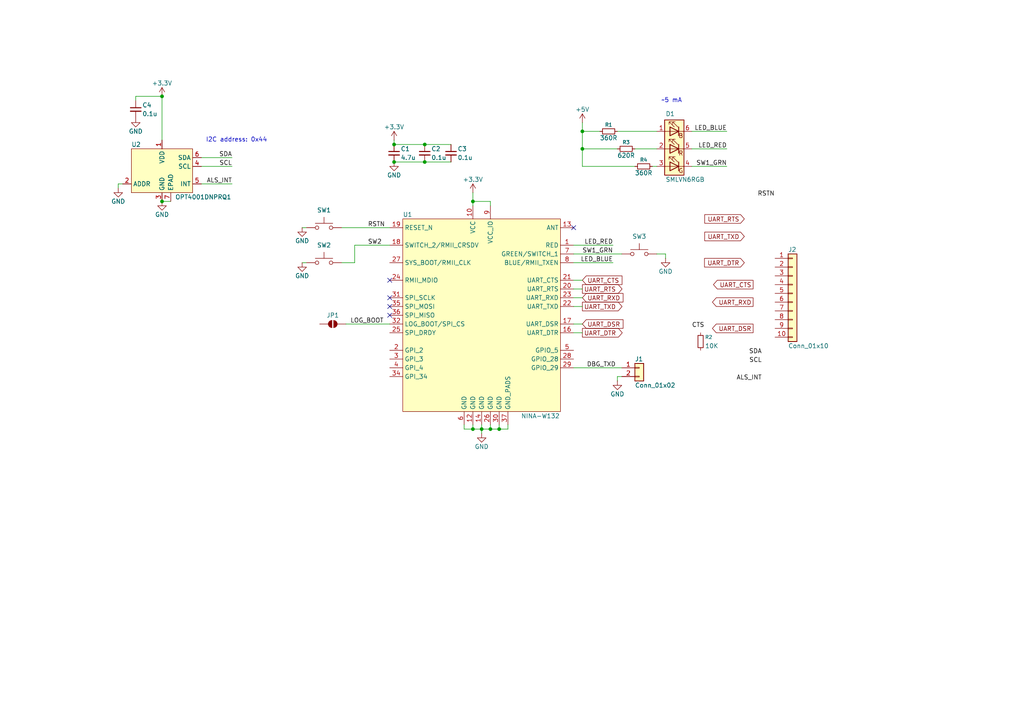
<source format=kicad_sch>
(kicad_sch (version 20250114) (generator "eeschema") (generator_version "9.0")
  (paper "A4")
  (title_block (title "Wi-Fi Interface for Display") (date "2025-11-08") (rev "1.00"))
  (lib_symbols
    (symbol "Connector_Generic:Conn_01x02" (pin_names (offset 1.016) (hide yes))
      (property "Reference" "J" (at 0 2.54 0))
      (property "Value" "Conn_01x02" (at 0 -5.08 0))
      (symbol "Conn_01x02_1_1"
        (rectangle (start -1.27 1.27) (end 1.27 -3.81) (stroke (width 0.254)) (fill (type background)))
        (rectangle (start -1.27 0.127) (end 0 -0.127) (stroke (width 0.1524)))
        (rectangle (start -1.27 -2.413) (end 0 -2.667) (stroke (width 0.1524)))
        (pin passive line (at -5.08 0 0) (length 3.81) (name "Pin_1") (number "1"))
        (pin passive line (at -5.08 -2.54 0) (length 3.81) (name "Pin_2") (number "2"))
      )
    )
    (symbol "Connector_Generic:Conn_01x10" (pin_names (offset 1.016) (hide yes))
      (property "Reference" "J" (at 0 12.7 0))
      (property "Value" "Conn_01x10" (at 0 -15.24 0))
      (symbol "Conn_01x10_1_1"
        (rectangle (start -1.27 11.43) (end 1.27 -13.97) (stroke (width 0.254)) (fill (type background)))
        (rectangle (start -1.27 10.287) (end 0 10.033) (stroke (width 0.1524)))
        (rectangle (start -1.27 7.747) (end 0 7.493) (stroke (width 0.1524)))
        (rectangle (start -1.27 5.207) (end 0 4.953) (stroke (width 0.1524)))
        (rectangle (start -1.27 2.667) (end 0 2.413) (stroke (width 0.1524)))
        (rectangle (start -1.27 0.127) (end 0 -0.127) (stroke (width 0.1524)))
        (rectangle (start -1.27 -2.413) (end 0 -2.667) (stroke (width 0.1524)))
        (rectangle (start -1.27 -4.953) (end 0 -5.207) (stroke (width 0.1524)))
        (rectangle (start -1.27 -7.493) (end 0 -7.747) (stroke (width 0.1524)))
        (rectangle (start -1.27 -10.033) (end 0 -10.287) (stroke (width 0.1524)))
        (rectangle (start -1.27 -12.573) (end 0 -12.827) (stroke (width 0.1524)))
        (pin passive line (at -5.08 10.16 0) (length 3.81) (name "Pin_1") (number "1"))
        (pin passive line (at -5.08 7.62 0) (length 3.81) (name "Pin_2") (number "2"))
        (pin passive line (at -5.08 5.08 0) (length 3.81) (name "Pin_3") (number "3"))
        (pin passive line (at -5.08 2.54 0) (length 3.81) (name "Pin_4") (number "4"))
        (pin passive line (at -5.08 0 0) (length 3.81) (name "Pin_5") (number "5"))
        (pin passive line (at -5.08 -2.54 0) (length 3.81) (name "Pin_6") (number "6"))
        (pin passive line (at -5.08 -5.08 0) (length 3.81) (name "Pin_7") (number "7"))
        (pin passive line (at -5.08 -7.62 0) (length 3.81) (name "Pin_8") (number "8"))
        (pin passive line (at -5.08 -10.16 0) (length 3.81) (name "Pin_9") (number "9"))
        (pin passive line (at -5.08 -12.7 0) (length 3.81) (name "Pin_10") (number "10"))
      )
    )
    (symbol "DWlib:NINA-W13"
      (property "Reference" "U" (at -22.86 29.21 0))
      (property "Value" "NINA-W13x" (at 10.16 -29.21 0))
      (symbol "NINA-W13_1_1"
        (rectangle (start -22.86 27.94) (end 22.86 -27.94) (fill (type background)))
        (pin input line (at -26.67 25.4 0) (length 3.81) (name "RESET_N") (number "19"))
        (pin input line (at -26.67 20.32 0) (length 3.81) (name "SWITCH_2/RMII_CRSDV") (number "18"))
        (pin bidirectional line (at -26.67 15.24 0) (length 3.81) (name "SYS_BOOT/RMII_CLK") (number "27"))
        (pin bidirectional line (at -26.67 10.16 0) (length 3.81) (name "RMII_MDIO") (number "24"))
        (pin input line (at -26.67 5.08 0) (length 3.81) (name "SPI_SCLK") (number "31"))
        (pin input line (at -26.67 2.54 0) (length 3.81) (name "SPI_MOSI") (number "35"))
        (pin output line (at -26.67 0 0) (length 3.81) (name "SPI_MISO") (number "36"))
        (pin bidirectional line (at -26.67 -2.54 0) (length 3.81) (name "LOG_BOOT/SPI_CS") (number "32"))
        (pin bidirectional line (at -26.67 -5.08 0) (length 3.81) (name "SPI_DRDY") (number "25"))
        (pin input line (at -26.67 -10.16 0) (length 3.81) (name "GPI_2") (number "2"))
        (pin input line (at -26.67 -12.7 0) (length 3.81) (name "GPI_3") (number "3"))
        (pin input line (at -26.67 -15.24 0) (length 3.81) (name "GPI_4") (number "4"))
        (pin input line (at -26.67 -17.78 0) (length 3.81) (name "GPI_34") (number "34"))
        (pin power_in line (at -5.08 -31.75 90) (length 3.81) (name "GND") (number "6"))
        (pin power_in line (at -2.54 31.75 270) (length 3.81) (name "VCC") (number "10"))
        (pin power_in line (at -2.54 -31.75 90) (length 3.81) (name "GND") (number "12"))
        (pin power_in line (at 0 -31.75 90) (length 3.81) (name "GND") (number "14"))
        (pin power_in line (at 2.54 31.75 270) (length 3.81) (name "VCC_IO") (number "9"))
        (pin power_in line (at 2.54 -31.75 90) (length 3.81) (name "GND") (number "26"))
        (pin power_in line (at 5.08 -31.75 90) (length 3.81) (name "GND") (number "30"))
        (pin power_in line (at 7.62 -31.75 90) (length 3.81) (name "GND_PADS") (number "37"))
        (pin no_connect line (at 22.86 -20.32 180) (length 3.81) (hide yes) (name "RSVD") (number "11"))
        (pin no_connect line (at 22.86 -22.86 180) (length 3.81) (hide yes) (name "RSVD") (number "15"))
        (pin no_connect line (at 22.86 -25.4 180) (length 3.81) (hide yes) (name "RSVD") (number "33"))
        (pin bidirectional line (at 26.67 25.4 180) (length 3.81) (name "ANT") (number "13"))
        (pin output line (at 26.67 20.32 180) (length 3.81) (name "RED") (number "1"))
        (pin bidirectional line (at 26.67 17.78 180) (length 3.81) (name "GREEN/SWITCH_1") (number "7"))
        (pin output line (at 26.67 15.24 180) (length 3.81) (name "BLUE/RMII_TXEN") (number "8"))
        (pin input line (at 26.67 10.16 180) (length 3.81) (name "UART_CTS") (number "21"))
        (pin output line (at 26.67 7.62 180) (length 3.81) (name "UART_RTS") (number "20"))
        (pin input line (at 26.67 5.08 180) (length 3.81) (name "UART_RXD") (number "23"))
        (pin output line (at 26.67 2.54 180) (length 3.81) (name "UART_TXD") (number "22"))
        (pin input line (at 26.67 -2.54 180) (length 3.81) (name "UART_DSR") (number "17"))
        (pin output line (at 26.67 -5.08 180) (length 3.81) (name "UART_DTR") (number "16"))
        (pin bidirectional line (at 26.67 -10.16 180) (length 3.81) (name "GPIO_5") (number "5"))
        (pin bidirectional line (at 26.67 -12.7 180) (length 3.81) (name "GPIO_28") (number "28"))
        (pin bidirectional line (at 26.67 -15.24 180) (length 3.81) (name "GPIO_29") (number "29"))
      )
    )
    (symbol "DWlib:OPT4001DNPRQ1"
      (property "Reference" "U" (at -8.382 7.366 0))
      (property "Value" "OPT4001DNPRQ1" (at 3.048 -7.62 0))
      (symbol "OPT4001DNPRQ1_1_1"
        (rectangle (start -8.89 6.35) (end 8.89 -6.35) (fill (type background)))
        (pin passive line (at -11.43 -3.81 0) (length 2.54) (name "ADDR") (number "2"))
        (pin power_in line (at 0 8.89 270) (length 2.54) (name "VDD") (number "1"))
        (pin power_in line (at 0 -8.89 90) (length 2.54) (name "GND") (number "3"))
        (pin passive line (at 2.54 -8.89 90) (length 2.54) (name "EPAD") (number "7"))
        (pin bidirectional line (at 11.43 3.81 180) (length 2.54) (name "SDA") (number "6"))
        (pin bidirectional line (at 11.43 1.27 180) (length 2.54) (name "SCL") (number "4"))
        (pin bidirectional line (at 11.43 -3.81 180) (length 2.54) (name "INT") (number "5"))
      )
    )
    (symbol "Device:C_Small" (pin_numbers (hide yes)) (pin_names (offset 0.254) (hide yes))
      (property "Reference" "C" (at 0.254 1.778 0))
      (property "Value" "C_Small" (at 0.254 -2.032 0))
      (symbol "C_Small_0_1"
        (polyline (pts (xy -1.524 0.508) (xy 1.524 0.508)) (stroke (width 0.3048)))
        (polyline (pts (xy -1.524 -0.508) (xy 1.524 -0.508)) (stroke (width 0.3302)))
      )
      (symbol "C_Small_1_1"
        (pin passive line (at 0 2.54 270) (length 2.032) (name "~") (number "1"))
        (pin passive line (at 0 -2.54 90) (length 2.032) (name "~") (number "2"))
      )
    )
    (symbol "Device:R_Small" (pin_numbers (hide yes)) (pin_names (offset 0.254) (hide yes))
      (property "Reference" "R" (at 0 0 90))
      (property "Value" "R_Small" (at 1.778 0 90))
      (symbol "R_Small_0_1"
        (rectangle (start -0.762 1.778) (end 0.762 -1.778) (stroke (width 0.2032)))
      )
      (symbol "R_Small_1_1"
        (pin passive line (at 0 2.54 270) (length 0.762) (name "~") (number "1"))
        (pin passive line (at 0 -2.54 90) (length 0.762) (name "~") (number "2"))
      )
    )
    (symbol "Jumper:SolderJumper_2_Open" (pin_numbers (hide yes)) (pin_names (offset 0) (hide yes)) (in_bom no)
      (property "Reference" "JP" (at 0 2.032 0))
      (property "Value" "SolderJumper_2_Open" (at 0 -2.54 0))
      (symbol "SolderJumper_2_Open_0_1"
        (polyline (pts (xy -0.254 1.016) (xy -0.254 -1.016)))
        (arc (start -0.254 -1.016) (mid -1.2656 0) (end -0.254 1.016))
        (arc (start -0.254 -1.016) (mid -1.2656 0) (end -0.254 1.016) (fill (type outline)))
        (arc (start 0.254 1.016) (mid 1.2656 0) (end 0.254 -1.016))
        (arc (start 0.254 1.016) (mid 1.2656 0) (end 0.254 -1.016) (fill (type outline)))
        (polyline (pts (xy 0.254 1.016) (xy 0.254 -1.016)))
      )
      (symbol "SolderJumper_2_Open_1_1"
        (pin passive line (at -3.81 0 0) (length 2.54) (name "A") (number "1"))
        (pin passive line (at 3.81 0 180) (length 2.54) (name "B") (number "2"))
      )
    )
    (symbol "LED:SMLVN6RGB" (pin_names (offset 0) (hide yes))
      (property "Reference" "D" (at 0 12.7 0))
      (property "Value" "SMLVN6RGB" (at 0 10.16 0))
      (symbol "SMLVN6RGB_0_0"
        (text "B" (at 1.905 3.81 0) (effects (font (size 1.27 1.27))))
        (text "R" (at 1.905 -1.27 0) (effects (font (size 1.27 1.27))))
        (text "G" (at 1.905 -6.35 0) (effects (font (size 1.27 1.27))))
      )
      (symbol "SMLVN6RGB_0_1"
        (rectangle (start -2.794 8.382) (end 2.794 -7.62) (stroke (width 0.254)) (fill (type background)))
        (rectangle (start -1.27 6.35) (end -1.27 6.35))
        (polyline (pts (xy -1.27 6.35) (xy -1.27 3.81) (xy 1.27 5.08) (xy -1.27 6.35)) (stroke (width 0.254)))
        (polyline (pts (xy -1.27 5.08) (xy -2.54 5.08)))
        (rectangle (start -1.27 3.81) (end -1.27 6.35))
        (rectangle (start -1.27 1.27) (end -1.27 1.27))
        (polyline (pts (xy -1.27 1.27) (xy -1.27 -1.27) (xy 1.27 0) (xy -1.27 1.27)) (stroke (width 0.254)))
        (polyline (pts (xy -1.27 0) (xy -2.54 0)))
        (polyline (pts (xy -1.27 0) (xy 1.27 0)))
        (rectangle (start -1.27 -1.27) (end -1.27 1.27))
        (polyline (pts (xy -1.27 -3.81) (xy -1.27 -6.35) (xy 1.27 -5.08) (xy -1.27 -3.81)) (stroke (width 0.254)))
        (polyline (pts (xy -1.27 -5.08) (xy -2.54 -5.08)))
        (polyline (pts (xy 0 6.35) (xy -1.524 7.874) (xy -0.762 7.874) (xy -1.524 7.874) (xy -1.524 7.112)))
        (polyline (pts (xy 0 1.27) (xy -1.524 2.794) (xy -0.762 2.794) (xy -1.524 2.794) (xy -1.524 2.032)))
        (polyline (pts (xy 0 -3.81) (xy -1.524 -2.286) (xy -0.762 -2.286) (xy -1.524 -2.286) (xy -1.524 -3.048)))
        (polyline (pts (xy 1.016 6.35) (xy -0.508 7.874) (xy 0.254 7.874) (xy -0.508 7.874) (xy -0.508 7.112)))
        (polyline (pts (xy 1.016 1.27) (xy -0.508 2.794) (xy 0.254 2.794) (xy -0.508 2.794) (xy -0.508 2.032)))
        (polyline (pts (xy 1.016 -3.81) (xy -0.508 -2.286) (xy 0.254 -2.286) (xy -0.508 -2.286) (xy -0.508 -3.048)))
        (polyline (pts (xy 1.27 6.35) (xy 1.27 3.81)) (stroke (width 0.254)))
        (polyline (pts (xy 1.27 6.35) (xy 1.27 3.81) (xy 1.27 3.81)))
        (polyline (pts (xy 1.27 5.08) (xy -1.27 5.08)))
        (polyline (pts (xy 1.27 5.08) (xy 2.54 5.08)))
        (polyline (pts (xy 1.27 1.27) (xy 1.27 -1.27)) (stroke (width 0.254)))
        (polyline (pts (xy 1.27 1.27) (xy 1.27 -1.27) (xy 1.27 -1.27)))
        (polyline (pts (xy 1.27 0) (xy 2.54 0)))
        (polyline (pts (xy 1.27 -3.81) (xy 1.27 -6.35)) (stroke (width 0.254)))
        (polyline (pts (xy 1.27 -5.08) (xy -1.27 -5.08)))
        (polyline (pts (xy 1.27 -5.08) (xy 2.54 -5.08)))
      )
      (symbol "SMLVN6RGB_1_1"
        (pin passive line (at -5.08 5.08 0) (length 2.54) (name "BA") (number "1"))
        (pin passive line (at -5.08 0 0) (length 2.54) (name "RA") (number "2"))
        (pin passive line (at -5.08 -5.08 0) (length 2.54) (name "GA") (number "3"))
        (pin passive line (at 5.08 5.08 180) (length 2.54) (name "BK") (number "6"))
        (pin passive line (at 5.08 0 180) (length 2.54) (name "RK") (number "5"))
        (pin passive line (at 5.08 -5.08 180) (length 2.54) (name "GK") (number "4"))
      )
    )
    (symbol "Switch:SW_Push" (pin_numbers (hide yes)) (pin_names (offset 1.016) (hide yes))
      (property "Reference" "SW" (at 1.27 2.54 0))
      (property "Value" "SW_Push" (at 0 -1.524 0))
      (symbol "SW_Push_0_1"
        (circle (center -2.032 0) (radius 0.508))
        (polyline (pts (xy 0 1.27) (xy 0 3.048)))
        (circle (center 2.032 0) (radius 0.508))
        (polyline (pts (xy 2.54 1.27) (xy -2.54 1.27)))
        (pin passive line (at -5.08 0 0) (length 2.54) (name "1") (number "1"))
        (pin passive line (at 5.08 0 180) (length 2.54) (name "2") (number "2"))
      )
    )
    (symbol "power:+3.3V" (power) (pin_numbers (hide yes)) (pin_names (offset 0) (hide yes))
      (property "Value" "+3.3V" (at 0 3.556 0))
      (symbol "+3.3V_0_1"
        (polyline (pts (xy -0.762 1.27) (xy 0 2.54)))
        (polyline (pts (xy 0 2.54) (xy 0.762 1.27)))
        (polyline (pts (xy 0 0) (xy 0 2.54)))
      )
      (symbol "+3.3V_1_1"
        (pin power_in line (at 0 0 90) (length 0) (name "~") (number "1"))
      )
    )
    (symbol "power:GND" (power) (pin_numbers (hide yes)) (pin_names (offset 0) (hide yes))
      (property "Value" "GND" (at 0 -3.81 0))
      (symbol "GND_0_1"
        (polyline (pts (xy 0 0) (xy 0 -1.27) (xy 1.27 -1.27) (xy 0 -2.54) (xy -1.27 -1.27) (xy 0 -1.27)))
      )
      (symbol "GND_1_1"
        (pin power_in line (at 0 0 270) (length 0) (name "~") (number "1"))
      )
    )
  )
  (text "I2C address: 0x44" (at 59.69 40.64 0) (effects (font (size 1.27 1.27)) (justify left)))
  (text "~5 mA" (at 191.77 29.21 0) (effects (font (size 1.27 1.27)) (justify left)))
  (junction (at 46.99 27.94))
  (junction (at 123.19 46.99))
  (junction (at 139.7 124.46))
  (junction (at 114.3 46.99))
  (junction (at 144.78 124.46))
  (junction (at 137.16 58.42))
  (junction (at 137.16 124.46))
  (junction (at 46.99 58.42))
  (junction (at 114.3 41.91))
  (junction (at 168.91 43.18))
  (junction (at 142.24 124.46))
  (junction (at 123.19 41.91))
  (junction (at 168.91 38.1))
  (no_connect (at 166.37 66.04))
  (no_connect (at 113.03 81.28))
  (no_connect (at 113.03 91.44))
  (no_connect (at 113.03 88.9))
  (no_connect (at 113.03 86.36))
  (wire (pts (xy 166.37 76.2) (xy 177.8 76.2)))
  (wire (pts (xy 166.37 73.66) (xy 180.34 73.66)))
  (wire (pts (xy 166.37 88.9) (xy 168.91 88.9)))
  (wire (pts (xy 46.99 58.42) (xy 49.53 58.42)))
  (wire (pts (xy 46.99 27.94) (xy 46.99 40.64)))
  (wire (pts (xy 144.78 124.46) (xy 144.78 123.19)))
  (wire (pts (xy 147.32 124.46) (xy 147.32 123.19)))
  (wire (pts (xy 58.42 48.26) (xy 67.31 48.26)))
  (wire (pts (xy 123.19 46.99) (xy 114.3 46.99)))
  (wire (pts (xy 180.34 109.22) (xy 179.07 109.22)))
  (wire (pts (xy 99.06 76.2) (xy 102.87 76.2)))
  (wire (pts (xy 142.24 124.46) (xy 142.24 123.19)))
  (wire (pts (xy 200.66 48.26) (xy 210.82 48.26)))
  (wire (pts (xy 166.37 81.28) (xy 168.91 81.28)))
  (wire (pts (xy 88.9 76.2) (xy 87.63 76.2)))
  (wire (pts (xy 168.91 38.1) (xy 168.91 43.18)))
  (wire (pts (xy 147.32 124.46) (xy 144.78 124.46)))
  (wire (pts (xy 142.24 59.69) (xy 142.24 58.42)))
  (wire (pts (xy 190.5 73.66) (xy 193.04 73.66)))
  (wire (pts (xy 58.42 53.34) (xy 67.31 53.34)))
  (wire (pts (xy 168.91 43.18) (xy 179.07 43.18)))
  (wire (pts (xy 102.87 71.12) (xy 113.03 71.12)))
  (wire (pts (xy 166.37 83.82) (xy 168.91 83.82)))
  (wire (pts (xy 137.16 55.88) (xy 137.16 58.42)))
  (wire (pts (xy 166.37 86.36) (xy 168.91 86.36)))
  (wire (pts (xy 139.7 124.46) (xy 139.7 123.19)))
  (wire (pts (xy 184.15 43.18) (xy 190.5 43.18)))
  (wire (pts (xy 166.37 71.12) (xy 177.8 71.12)))
  (wire (pts (xy 114.3 40.64) (xy 114.3 41.91)))
  (wire (pts (xy 130.81 46.99) (xy 123.19 46.99)))
  (wire (pts (xy 193.04 73.66) (xy 193.04 74.93)))
  (wire (pts (xy 102.87 76.2) (xy 102.87 71.12)))
  (wire (pts (xy 34.29 53.34) (xy 34.29 54.61)))
  (wire (pts (xy 35.56 53.34) (xy 34.29 53.34)))
  (wire (pts (xy 168.91 43.18) (xy 168.91 48.26)))
  (wire (pts (xy 166.37 96.52) (xy 168.91 96.52)))
  (wire (pts (xy 189.23 48.26) (xy 190.5 48.26)))
  (wire (pts (xy 88.9 66.04) (xy 87.63 66.04)))
  (wire (pts (xy 114.3 41.91) (xy 123.19 41.91)))
  (wire (pts (xy 137.16 58.42) (xy 137.16 59.69)))
  (wire (pts (xy 139.7 124.46) (xy 137.16 124.46)))
  (wire (pts (xy 39.37 27.94) (xy 39.37 29.21)))
  (wire (pts (xy 144.78 124.46) (xy 142.24 124.46)))
  (wire (pts (xy 139.7 124.46) (xy 139.7 125.73)))
  (wire (pts (xy 179.07 109.22) (xy 179.07 110.49)))
  (wire (pts (xy 166.37 93.98) (xy 168.91 93.98)))
  (wire (pts (xy 166.37 106.68) (xy 180.34 106.68)))
  (wire (pts (xy 123.19 41.91) (xy 130.81 41.91)))
  (wire (pts (xy 168.91 38.1) (xy 173.99 38.1)))
  (wire (pts (xy 168.91 35.56) (xy 168.91 38.1)))
  (wire (pts (xy 137.16 58.42) (xy 142.24 58.42)))
  (wire (pts (xy 200.66 38.1) (xy 210.82 38.1)))
  (wire (pts (xy 179.07 38.1) (xy 190.5 38.1)))
  (wire (pts (xy 39.37 27.94) (xy 46.99 27.94)))
  (wire (pts (xy 142.24 124.46) (xy 139.7 124.46)))
  (wire (pts (xy 200.66 43.18) (xy 210.82 43.18)))
  (wire (pts (xy 168.91 48.26) (xy 184.15 48.26)))
  (wire (pts (xy 137.16 124.46) (xy 134.62 124.46)))
  (wire (pts (xy 100.33 93.98) (xy 113.03 93.98)))
  (wire (pts (xy 137.16 124.46) (xy 137.16 123.19)))
  (wire (pts (xy 58.42 45.72) (xy 67.31 45.72)))
  (wire (pts (xy 99.06 66.04) (xy 113.03 66.04)))
  (wire (pts (xy 134.62 124.46) (xy 134.62 123.19)))
  (label "RSTN" (at 106.68 66.04 0))
  (label "SW2" (at 106.68 71.12 0))
  (label "SCL" (at 220.98 105.41 180))
  (label "RSTN" (at 219.71 57.15 0))
  (label "LED_BLUE" (at 177.8 76.2 180))
  (label "SW1_GRN" (at 177.8 73.66 180))
  (label "SDA" (at 220.98 102.87 180))
  (label "CTS" (at 200.66 95.25 0))
  (label "LED_BLUE" (at 210.82 38.1 180))
  (label "SW1_GRN" (at 210.82 48.26 180))
  (label "ALS_INT" (at 67.31 53.34 180))
  (label "LED_RED" (at 177.8 71.12 180))
  (label "LOG_BOOT" (at 101.6 93.98 0))
  (label "DBG_TXD" (at 170.18 106.68 0))
  (label "SDA" (at 67.31 45.72 180))
  (label "SCL" (at 67.31 48.26 180))
  (label "LED_RED" (at 210.82 43.18 180))
  (label "ALS_INT" (at 220.98 110.49 180))
  (global_label "UART_RTS" (shape output) (at 168.91 83.82 0) (property "Intersheetrefs" "${INTERSHEET_REFS}" (effects (hide yes))))
  (global_label "UART_RXD" (shape input) (at 168.91 86.36 0) (property "Intersheetrefs" "${INTERSHEET_REFS}" (effects (hide yes))))
  (global_label "UART_RXD" (shape output) (at 218.44 87.63 180) (property "Intersheetrefs" "${INTERSHEET_REFS}" (effects (hide yes))))
  (global_label "UART_RTS" (shape input) (at 215.9 63.5 180) (property "Intersheetrefs" "${INTERSHEET_REFS}" (effects (hide yes))))
  (global_label "UART_DTR" (shape input) (at 215.9 76.2 180) (property "Intersheetrefs" "${INTERSHEET_REFS}" (effects (hide yes))))
  (global_label "UART_CTS" (shape output) (at 218.44 82.55 180) (property "Intersheetrefs" "${INTERSHEET_REFS}" (effects (hide yes))))
  (global_label "UART_DSR" (shape output) (at 218.44 95.25 180) (property "Intersheetrefs" "${INTERSHEET_REFS}" (effects (hide yes))))
  (global_label "UART_TXD" (shape output) (at 168.91 88.9 0) (property "Intersheetrefs" "${INTERSHEET_REFS}" (effects (hide yes))))
  (global_label "UART_TXD" (shape input) (at 215.9 68.58 180) (property "Intersheetrefs" "${INTERSHEET_REFS}" (effects (hide yes))))
  (global_label "UART_DSR" (shape input) (at 168.91 93.98 0) (property "Intersheetrefs" "${INTERSHEET_REFS}" (effects (hide yes))))
  (global_label "UART_CTS" (shape input) (at 168.91 81.28 0) (property "Intersheetrefs" "${INTERSHEET_REFS}" (effects (hide yes))))
  (global_label "UART_DTR" (shape output) (at 168.91 96.52 0) (property "Intersheetrefs" "${INTERSHEET_REFS}" (effects (hide yes))))
  (symbol (lib_id "Device:C_Small") (at 39.37 31.75 0) (unit 1)
    (property "Reference" "C4" (at 41.275 30.48 0) (effects (justify left)))
    (property "Value" "0.1u" (at 41.275 33.02 0) (effects (justify left)))
    (property "Footprint" "Capacitor_SMD:C_0402_1005Metric" (effects (hide yes)))
    (property "Description" "Unpolarized capacitor, small symbol" (effects (hide yes)))
  )
  (symbol (lib_id "Connector_Generic:Conn_01x02") (at 185.42 106.68 0) (unit 1)
    (property "Reference" "J1" (at 184.15 104.14 0) (effects (justify left)))
    (property "Value" "Conn_01x02" (at 184.15 111.76 0) (effects (justify left)))
    (property "Footprint" "Connector_PinSocket_2.54mm:PinSocket_1x02_P2.54mm_Vertical" (effects (hide yes)))
    (property "Description" "Generic connector, single row, 01x02, script generated (kicad-library-utils/schlib/autogen/connector/)" (effects (hide yes)))
  )
  (symbol (lib_id "DWlib:OPT4001DNPRQ1") (at 46.99 49.53 0) (unit 1)
    (property "Reference" "U2" (at 38.1 41.91 0) (effects (justify left)))
    (property "Value" "OPT4001DNPRQ1" (at 50.8 57.15 0) (effects (justify left)))
    (property "Footprint" "DWlib:TI_USON-6-1EP_2x2mm_P0.5mm_EP0.65x1.35mm" (effects (hide yes)))
    (property "Datasheet" "https://www.ti.com/lit/ds/symlink/opt4001-q1.pdf" (effects (hide yes)))
    (property "Description" "High Speed, High Precision, Digital Ambient Light Sensor, USON-6" (effects (hide yes)))
  )
  (symbol (lib_id "Device:R_Small") (at 186.69 48.26 90) (unit 1)
    (property "Reference" "R4" (at 186.69 46.355 90) (effects (font (size 1.016 1.016))))
    (property "Value" "360R" (at 186.69 50.165 90))
    (property "Footprint" "Resistor_SMD:R_0603_1608Metric" (effects (hide yes)))
    (property "Description" "Resistor, small symbol" (effects (hide yes)))
  )
  (symbol (lib_id "Switch:SW_Push") (at 93.98 76.2 0) (unit 1)
    (property "Reference" "SW2" (at 93.98 71.12 0))
    (property "Value" "SW_Push" (effects (hide yes)))
    (property "Footprint" "DWlib:SW_Push_1P1T_NO_E-Switch_TL3305AFxxxQG" (effects (hide yes)))
    (property "Description" "Push button switch, generic, two pins" (effects (hide yes)))
  )
  (symbol (lib_id "power:GND") (at 34.29 54.61 0) (unit 1)
    (property "Reference" "#PWR011" (effects (hide yes)))
    (property "Value" "GND" (at 34.29 58.42 0))
    (property "Description" "Power symbol creates a global label with name \"GND\" , ground" (effects (hide yes)))
  )
  (symbol (lib_id "Switch:SW_Push") (at 93.98 66.04 0) (unit 1)
    (property "Reference" "SW1" (at 93.98 60.96 0))
    (property "Value" "SW_Push" (effects (hide yes)))
    (property "Footprint" "DWlib:SW_Push_1P1T_NO_E-Switch_TL3305AFxxxQG" (effects (hide yes)))
    (property "Description" "Push button switch, generic, two pins" (effects (hide yes)))
  )
  (symbol (lib_id "Device:R_Small") (at 203.2 99.06 0) (unit 1)
    (property "Reference" "R2" (at 204.47 97.79 0) (effects (font (size 1.016 1.016)) (justify left)))
    (property "Value" "10K" (at 204.47 100.33 0) (effects (justify left)))
    (property "Footprint" "Resistor_SMD:R_0603_1608Metric" (effects (hide yes)))
    (property "Description" "Resistor, small symbol" (effects (hide yes)))
  )
  (symbol (lib_id "LED:SMLVN6RGB") (at 195.58 43.18 0) (unit 1)
    (property "Reference" "D1" (at 193.04 33.02 0) (effects (justify left)))
    (property "Value" "SMLVN6RGB" (at 193.04 52.07 0) (effects (justify left)))
    (property "Footprint" "LED_SMD:LED_ROHM_SMLVN6" (effects (hide yes)))
    (property "Datasheet" "https://www.rohm.com/datasheet/SMLVN6RGB1U" (effects (hide yes)))
    (property "Description" "High Brightness Tri-Color LED, RGB, 3.5x2.8mm" (effects (hide yes)))
  )
  (symbol (lib_id "DWlib:NINA-W13") (at 139.7 91.44 0) (unit 1)
    (property "Reference" "U1" (at 116.84 62.23 0) (effects (justify left)))
    (property "Value" "NINA-W132" (at 151.13 120.65 0) (effects (justify left)))
    (property "Footprint" "DWlib:ublox_NINA-W1x2" (effects (hide yes)))
    (property "Datasheet" "https://content.u-blox.com/sites/default/files/NINA-W13_DataSheet_UBX-17006694.pdf" (effects (hide yes)))
    (property "Description" "u-blox stand-alone Wi-Fi module" (effects (hide yes)))
    (property "MPN" "NINA-W132-03B" (effects (hide yes)))
    (property "Mouser PN" "377-NINA-W132-03B" (effects (hide yes)))
  )
  (symbol (lib_id "power:+3.3V") (at 168.91 35.56 0) (unit 1)
    (property "Reference" "#PWR07" (effects (hide yes)))
    (property "Value" "+5V" (at 168.91 31.75 0))
    (property "Description" "Power symbol creates a global label with name \"+3.3V\"" (effects (hide yes)))
  )
  (symbol (lib_id "Connector_Generic:Conn_01x10") (at 229.87 85.09 0) (unit 1)
    (property "Reference" "J2" (at 228.6 72.39 0) (effects (justify left)))
    (property "Value" "Conn_01x10" (at 228.6 100.33 0) (effects (justify left)))
    (property "Footprint" "Connector_PinSocket_2.54mm:PinSocket_1x10_P2.54mm_Vertical" (effects (hide yes)))
    (property "Description" "Generic connector, single row, 01x10, script generated (kicad-library-utils/schlib/autogen/connector/)" (effects (hide yes)))
  )
  (symbol (lib_id "power:+3.3V") (at 137.16 55.88 0) (unit 1)
    (property "Reference" "#PWR01" (effects (hide yes)))
    (property "Value" "+3.3V" (at 137.16 52.07 0))
    (property "Description" "Power symbol creates a global label with name \"+3.3V\"" (effects (hide yes)))
  )
  (symbol (lib_id "Device:C_Small") (at 114.3 44.45 0) (unit 1)
    (property "Reference" "C1" (at 116.205 43.18 0) (effects (justify left)))
    (property "Value" "4.7u" (at 116.205 45.72 0) (effects (justify left)))
    (property "Footprint" "Capacitor_SMD:C_0603_1608Metric" (effects (hide yes)))
    (property "Description" "Unpolarized capacitor, small symbol" (effects (hide yes)))
  )
  (symbol (lib_id "Switch:SW_Push") (at 185.42 73.66 0) (unit 1)
    (property "Reference" "SW3" (at 185.42 68.58 0))
    (property "Value" "SW_Push" (effects (hide yes)))
    (property "Footprint" "DWlib:SW_Push_1P1T_NO_E-Switch_TL3305AFxxxQG" (effects (hide yes)))
    (property "Description" "Push button switch, generic, two pins" (effects (hide yes)))
  )
  (symbol (lib_id "power:GND") (at 39.37 34.29 0) (unit 1)
    (property "Reference" "#PWR09" (effects (hide yes)))
    (property "Value" "GND" (at 39.37 38.1 0))
    (property "Description" "Power symbol creates a global label with name \"GND\" , ground" (effects (hide yes)))
  )
  (symbol (lib_id "power:GND") (at 193.04 74.93 0) (unit 1)
    (property "Reference" "#PWR04" (effects (hide yes)))
    (property "Value" "GND" (at 193.04 78.74 0))
    (property "Description" "Power symbol creates a global label with name \"GND\" , ground" (effects (hide yes)))
  )
  (symbol (lib_id "power:GND") (at 87.63 66.04 0) (unit 1)
    (property "Reference" "#PWR03" (effects (hide yes)))
    (property "Value" "GND" (at 87.63 69.85 0))
    (property "Description" "Power symbol creates a global label with name \"GND\" , ground" (effects (hide yes)))
  )
  (symbol (lib_id "Device:C_Small") (at 123.19 44.45 0) (unit 1)
    (property "Reference" "C2" (at 125.095 43.18 0) (effects (justify left)))
    (property "Value" "0.1u" (at 125.095 45.72 0) (effects (justify left)))
    (property "Footprint" "Capacitor_SMD:C_0402_1005Metric" (effects (hide yes)))
    (property "Description" "Unpolarized capacitor, small symbol" (effects (hide yes)))
  )
  (symbol (lib_id "Jumper:SolderJumper_2_Open") (at 96.52 93.98 0) (unit 1) (in_bom no)
    (property "Reference" "JP1" (at 96.52 91.44 0))
    (property "Value" "SolderJumper_2_Open" (effects (hide yes)))
    (property "Footprint" "Jumper:SolderJumper-2_P1.3mm_Open_TrianglePad1.0x1.5mm" (effects (hide yes)))
    (property "Description" "Solder Jumper, 2-pole, open" (effects (hide yes)))
  )
  (symbol (lib_id "power:GND") (at 139.7 125.73 0) (unit 1)
    (property "Reference" "#PWR02" (effects (hide yes)))
    (property "Value" "GND" (at 139.7 129.54 0))
    (property "Description" "Power symbol creates a global label with name \"GND\" , ground" (effects (hide yes)))
  )
  (symbol (lib_id "power:GND") (at 114.3 46.99 0) (unit 1)
    (property "Reference" "#PWR06" (effects (hide yes)))
    (property "Value" "GND" (at 114.3 50.8 0))
    (property "Description" "Power symbol creates a global label with name \"GND\" , ground" (effects (hide yes)))
  )
  (symbol (lib_id "power:GND") (at 46.99 58.42 0) (unit 1)
    (property "Reference" "#PWR08" (effects (hide yes)))
    (property "Value" "GND" (at 46.99 62.23 0))
    (property "Description" "Power symbol creates a global label with name \"GND\" , ground" (effects (hide yes)))
  )
  (symbol (lib_id "power:+3.3V") (at 114.3 40.64 0) (unit 1)
    (property "Reference" "#PWR05" (effects (hide yes)))
    (property "Value" "+3.3V" (at 114.3 36.83 0))
    (property "Description" "Power symbol creates a global label with name \"+3.3V\"" (effects (hide yes)))
  )
  (symbol (lib_id "power:GND") (at 179.07 110.49 0) (unit 1)
    (property "Reference" "#PWR012" (effects (hide yes)))
    (property "Value" "GND" (at 179.07 114.3 0))
    (property "Description" "Power symbol creates a global label with name \"GND\" , ground" (effects (hide yes)))
  )
  (symbol (lib_id "Device:C_Small") (at 130.81 44.45 0) (unit 1)
    (property "Reference" "C3" (at 132.715 43.18 0) (effects (justify left)))
    (property "Value" "0.1u" (at 132.715 45.72 0) (effects (justify left)))
    (property "Footprint" "Capacitor_SMD:C_0402_1005Metric" (effects (hide yes)))
    (property "Description" "Unpolarized capacitor, small symbol" (effects (hide yes)))
  )
  (symbol (lib_id "Device:R_Small") (at 176.53 38.1 90) (unit 1)
    (property "Reference" "R1" (at 176.53 36.195 90) (effects (font (size 1.016 1.016))))
    (property "Value" "360R" (at 176.53 40.005 90))
    (property "Footprint" "Resistor_SMD:R_0603_1608Metric" (effects (hide yes)))
    (property "Description" "Resistor, small symbol" (effects (hide yes)))
  )
  (symbol (lib_id "power:GND") (at 87.63 76.2 0) (unit 1)
    (property "Reference" "#PWR013" (effects (hide yes)))
    (property "Value" "GND" (at 87.63 80.01 0))
    (property "Description" "Power symbol creates a global label with name \"GND\" , ground" (effects (hide yes)))
  )
  (symbol (lib_id "Device:R_Small") (at 181.61 43.18 90) (unit 1)
    (property "Reference" "R3" (at 181.61 41.275 90) (effects (font (size 1.016 1.016))))
    (property "Value" "620R" (at 181.61 45.085 90))
    (property "Footprint" "Resistor_SMD:R_0603_1608Metric" (effects (hide yes)))
    (property "Description" "Resistor, small symbol" (effects (hide yes)))
  )
  (symbol (lib_id "power:+3.3V") (at 46.99 27.94 0) (unit 1)
    (property "Reference" "#PWR010" (effects (hide yes)))
    (property "Value" "+3.3V" (at 46.99 24.13 0))
    (property "Description" "Power symbol creates a global label with name \"+3.3V\"" (effects (hide yes)))
  )
)
</source>
